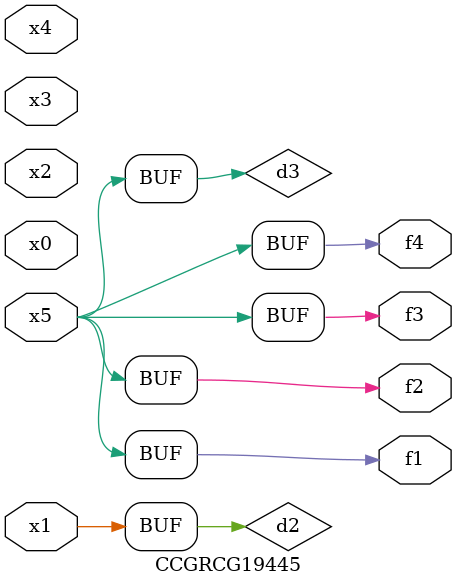
<source format=v>
module CCGRCG19445(
	input x0, x1, x2, x3, x4, x5,
	output f1, f2, f3, f4
);

	wire d1, d2, d3;

	not (d1, x5);
	or (d2, x1);
	xnor (d3, d1);
	assign f1 = d3;
	assign f2 = d3;
	assign f3 = d3;
	assign f4 = d3;
endmodule

</source>
